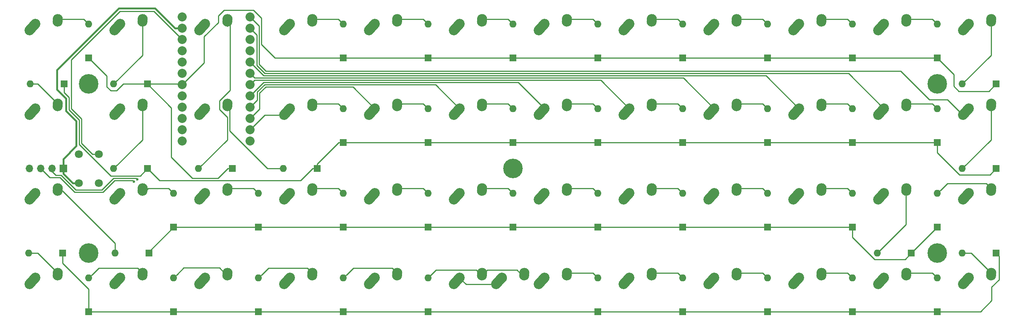
<source format=gbl>
G04 #@! TF.GenerationSoftware,KiCad,Pcbnew,(6.0.0)*
G04 #@! TF.CreationDate,2022-02-06T23:40:04-05:00*
G04 #@! TF.ProjectId,Contra,436f6e74-7261-42e6-9b69-6361645f7063,rev?*
G04 #@! TF.SameCoordinates,Original*
G04 #@! TF.FileFunction,Copper,L2,Bot*
G04 #@! TF.FilePolarity,Positive*
%FSLAX46Y46*%
G04 Gerber Fmt 4.6, Leading zero omitted, Abs format (unit mm)*
G04 Created by KiCad (PCBNEW (6.0.0)) date 2022-02-06 23:40:04*
%MOMM*%
%LPD*%
G01*
G04 APERTURE LIST*
G04 Aperture macros list*
%AMHorizOval*
0 Thick line with rounded ends*
0 $1 width*
0 $2 $3 position (X,Y) of the first rounded end (center of the circle)*
0 $4 $5 position (X,Y) of the second rounded end (center of the circle)*
0 Add line between two ends*
20,1,$1,$2,$3,$4,$5,0*
0 Add two circle primitives to create the rounded ends*
1,1,$1,$2,$3*
1,1,$1,$4,$5*%
G04 Aperture macros list end*
G04 #@! TA.AperFunction,ComponentPad*
%ADD10C,2.250000*%
G04 #@! TD*
G04 #@! TA.AperFunction,ComponentPad*
%ADD11HorizOval,2.250000X0.655001X0.730000X-0.655001X-0.730000X0*%
G04 #@! TD*
G04 #@! TA.AperFunction,ComponentPad*
%ADD12HorizOval,2.250000X0.020000X0.290000X-0.020000X-0.290000X0*%
G04 #@! TD*
G04 #@! TA.AperFunction,ComponentPad*
%ADD13C,0.700000*%
G04 #@! TD*
G04 #@! TA.AperFunction,ComponentPad*
%ADD14C,4.400000*%
G04 #@! TD*
G04 #@! TA.AperFunction,ComponentPad*
%ADD15R,1.600000X1.600000*%
G04 #@! TD*
G04 #@! TA.AperFunction,ComponentPad*
%ADD16O,1.600000X1.600000*%
G04 #@! TD*
G04 #@! TA.AperFunction,ComponentPad*
%ADD17R,1.700000X1.700000*%
G04 #@! TD*
G04 #@! TA.AperFunction,ComponentPad*
%ADD18O,1.700000X1.700000*%
G04 #@! TD*
G04 #@! TA.AperFunction,ComponentPad*
%ADD19C,2.032000*%
G04 #@! TD*
G04 #@! TA.AperFunction,ComponentPad*
%ADD20C,1.800000*%
G04 #@! TD*
G04 #@! TA.AperFunction,ViaPad*
%ADD21C,0.600000*%
G04 #@! TD*
G04 #@! TA.AperFunction,Conductor*
%ADD22C,0.250000*%
G04 #@! TD*
G04 #@! TA.AperFunction,Conductor*
%ADD23C,0.381000*%
G04 #@! TD*
G04 APERTURE END LIST*
D10*
X35600000Y-34100000D03*
D11*
X34945001Y-34830000D03*
D12*
X40620000Y-33310000D03*
D10*
X40640000Y-33020000D03*
X54650000Y-34100000D03*
D11*
X53995001Y-34830000D03*
D10*
X59690000Y-33020000D03*
D12*
X59670000Y-33310000D03*
D10*
X73700000Y-34100000D03*
D11*
X73045001Y-34830000D03*
D12*
X78720000Y-33310000D03*
D10*
X78740000Y-33020000D03*
D11*
X92095001Y-34830000D03*
D10*
X92750000Y-34100000D03*
D12*
X97770000Y-33310000D03*
D10*
X97790000Y-33020000D03*
X111800000Y-34100000D03*
D11*
X111145001Y-34830000D03*
D10*
X116840000Y-33020000D03*
D12*
X116820000Y-33310000D03*
D10*
X130850000Y-34100000D03*
D11*
X130195001Y-34830000D03*
D12*
X135870000Y-33310000D03*
D10*
X135890000Y-33020000D03*
D11*
X149245001Y-34830000D03*
D10*
X149900000Y-34100000D03*
X154940000Y-33020000D03*
D12*
X154920000Y-33310000D03*
D10*
X168950000Y-34100000D03*
D11*
X168295001Y-34830000D03*
D12*
X173970000Y-33310000D03*
D10*
X173990000Y-33020000D03*
X188000000Y-34100000D03*
D11*
X187345001Y-34830000D03*
D10*
X193040000Y-33020000D03*
D12*
X193020000Y-33310000D03*
D11*
X206395001Y-34830000D03*
D10*
X207050000Y-34100000D03*
D12*
X212070000Y-33310000D03*
D10*
X212090000Y-33020000D03*
D11*
X225445001Y-34830000D03*
D10*
X226100000Y-34100000D03*
X231140000Y-33020000D03*
D12*
X231120000Y-33310000D03*
D11*
X244495001Y-34830000D03*
D10*
X245150000Y-34100000D03*
D12*
X250170000Y-33310000D03*
D10*
X250190000Y-33020000D03*
D11*
X34945001Y-53880000D03*
D10*
X35600000Y-53150000D03*
X40640000Y-52070000D03*
D12*
X40620000Y-52360000D03*
D10*
X54650000Y-53150000D03*
D11*
X53995001Y-53880000D03*
D12*
X59670000Y-52360000D03*
D10*
X59690000Y-52070000D03*
D11*
X73045001Y-53880000D03*
D10*
X73700000Y-53150000D03*
D12*
X78720000Y-52360000D03*
D10*
X78740000Y-52070000D03*
X92750000Y-53150000D03*
D11*
X92095001Y-53880000D03*
D12*
X97770000Y-52360000D03*
D10*
X97790000Y-52070000D03*
D11*
X111145001Y-53880000D03*
D10*
X111800000Y-53150000D03*
X116840000Y-52070000D03*
D12*
X116820000Y-52360000D03*
D10*
X130850000Y-53150000D03*
D11*
X130195001Y-53880000D03*
D12*
X135870000Y-52360000D03*
D10*
X135890000Y-52070000D03*
X149900000Y-53150000D03*
D11*
X149245001Y-53880000D03*
D12*
X154920000Y-52360000D03*
D10*
X154940000Y-52070000D03*
X168950000Y-53150000D03*
D11*
X168295001Y-53880000D03*
D10*
X173990000Y-52070000D03*
D12*
X173970000Y-52360000D03*
D11*
X187345001Y-53880000D03*
D10*
X188000000Y-53150000D03*
X193040000Y-52070000D03*
D12*
X193020000Y-52360000D03*
D10*
X207050000Y-53150000D03*
D11*
X206395001Y-53880000D03*
D12*
X212070000Y-52360000D03*
D10*
X212090000Y-52070000D03*
X226100000Y-53150000D03*
D11*
X225445001Y-53880000D03*
D10*
X231140000Y-52070000D03*
D12*
X231120000Y-52360000D03*
D10*
X245150000Y-53150000D03*
D11*
X244495001Y-53880000D03*
D12*
X250170000Y-52360000D03*
D10*
X250190000Y-52070000D03*
X35600000Y-72200000D03*
D11*
X34945001Y-72930000D03*
D10*
X40640000Y-71120000D03*
D12*
X40620000Y-71410000D03*
D11*
X53995001Y-72930000D03*
D10*
X54650000Y-72200000D03*
X59690000Y-71120000D03*
D12*
X59670000Y-71410000D03*
D10*
X73700000Y-72200000D03*
D11*
X73045001Y-72930000D03*
D10*
X78740000Y-71120000D03*
D12*
X78720000Y-71410000D03*
D11*
X92095001Y-72930000D03*
D10*
X92750000Y-72200000D03*
X97790000Y-71120000D03*
D12*
X97770000Y-71410000D03*
D10*
X111800000Y-72200000D03*
D11*
X111145001Y-72930000D03*
D12*
X116820000Y-71410000D03*
D10*
X116840000Y-71120000D03*
X130850000Y-72200000D03*
D11*
X130195001Y-72930000D03*
D12*
X135870000Y-71410000D03*
D10*
X135890000Y-71120000D03*
X149900000Y-72200000D03*
D11*
X149245001Y-72930000D03*
D10*
X154940000Y-71120000D03*
D12*
X154920000Y-71410000D03*
D10*
X168950000Y-72200000D03*
D11*
X168295001Y-72930000D03*
D10*
X173990000Y-71120000D03*
D12*
X173970000Y-71410000D03*
D10*
X188000000Y-72200000D03*
D11*
X187345001Y-72930000D03*
D12*
X193020000Y-71410000D03*
D10*
X193040000Y-71120000D03*
D11*
X206395001Y-72930000D03*
D10*
X207050000Y-72200000D03*
D12*
X212070000Y-71410000D03*
D10*
X212090000Y-71120000D03*
X226100000Y-72200000D03*
D11*
X225445001Y-72930000D03*
D10*
X231140000Y-71120000D03*
D12*
X231120000Y-71410000D03*
D10*
X245150000Y-72200000D03*
D11*
X244495001Y-72930000D03*
D12*
X250170000Y-71410000D03*
D10*
X250190000Y-71120000D03*
D11*
X34945001Y-91980000D03*
D10*
X35600000Y-91250000D03*
X40640000Y-90170000D03*
D12*
X40620000Y-90460000D03*
D11*
X53995001Y-91980000D03*
D10*
X54650000Y-91250000D03*
X59690000Y-90170000D03*
D12*
X59670000Y-90460000D03*
D10*
X73700000Y-91250000D03*
D11*
X73045001Y-91980000D03*
D10*
X78740000Y-90170000D03*
D12*
X78720000Y-90460000D03*
D11*
X92095001Y-91980000D03*
D10*
X92750000Y-91250000D03*
X97790000Y-90170000D03*
D12*
X97770000Y-90460000D03*
D10*
X111800000Y-91250000D03*
D11*
X111145001Y-91980000D03*
D12*
X116820000Y-90460000D03*
D10*
X116840000Y-90170000D03*
D11*
X130195001Y-91980000D03*
D10*
X130850000Y-91250000D03*
X135890000Y-90170000D03*
D12*
X135870000Y-90460000D03*
D10*
X149900000Y-91250000D03*
D11*
X149245001Y-91980000D03*
D12*
X154920000Y-90460000D03*
D10*
X154940000Y-90170000D03*
X168950000Y-91250000D03*
D11*
X168295001Y-91980000D03*
D12*
X173970000Y-90460000D03*
D10*
X173990000Y-90170000D03*
D11*
X187345001Y-91980000D03*
D10*
X188000000Y-91250000D03*
D12*
X193020000Y-90460000D03*
D10*
X193040000Y-90170000D03*
X207050000Y-91250000D03*
D11*
X206395001Y-91980000D03*
D12*
X212070000Y-90460000D03*
D10*
X212090000Y-90170000D03*
D11*
X225445001Y-91980000D03*
D10*
X226100000Y-91250000D03*
X231140000Y-90170000D03*
D12*
X231120000Y-90460000D03*
D10*
X245150000Y-91250000D03*
D11*
X244495001Y-91980000D03*
D12*
X250170000Y-90460000D03*
D10*
X250190000Y-90170000D03*
D11*
X139720001Y-91980000D03*
D10*
X140375000Y-91250000D03*
X145415000Y-90170000D03*
D12*
X145395000Y-90460000D03*
D13*
X236958274Y-86891726D03*
X239775000Y-85725000D03*
X239291726Y-84558274D03*
X236958274Y-84558274D03*
X236475000Y-85725000D03*
X238125000Y-87375000D03*
X239291726Y-86891726D03*
X238125000Y-84075000D03*
D14*
X238125000Y-85725000D03*
D13*
X238125000Y-49275000D03*
X236958274Y-46458274D03*
D14*
X238125000Y-47625000D03*
D13*
X236475000Y-47625000D03*
X239291726Y-46458274D03*
X239291726Y-48791726D03*
X239775000Y-47625000D03*
X236958274Y-48791726D03*
X238125000Y-45975000D03*
X141225000Y-66675000D03*
X141708274Y-65508274D03*
X144041726Y-65508274D03*
X144525000Y-66675000D03*
X144041726Y-67841726D03*
X142875000Y-65025000D03*
X142875000Y-68325000D03*
X141708274Y-67841726D03*
D14*
X142875000Y-66675000D03*
D13*
X49275000Y-47625000D03*
X46458274Y-48791726D03*
X48791726Y-46458274D03*
X45975000Y-47625000D03*
X46458274Y-46458274D03*
X47625000Y-49275000D03*
X47625000Y-45975000D03*
X48791726Y-48791726D03*
D14*
X47625000Y-47625000D03*
D13*
X48791726Y-86891726D03*
X49275000Y-85725000D03*
X45975000Y-85725000D03*
D14*
X47625000Y-85725000D03*
D13*
X47625000Y-87375000D03*
X46458274Y-86891726D03*
X47625000Y-84075000D03*
X46458274Y-84558274D03*
X48791726Y-84558274D03*
D15*
X47625000Y-41751250D03*
D16*
X47625000Y-34131250D03*
D15*
X60801250Y-47625000D03*
D16*
X53181250Y-47625000D03*
D15*
X79851250Y-66675000D03*
D16*
X72231250Y-66675000D03*
D15*
X104775000Y-41751250D03*
D16*
X104775000Y-34131250D03*
D15*
X123825000Y-41751250D03*
D16*
X123825000Y-34131250D03*
D15*
X142875000Y-41751250D03*
D16*
X142875000Y-34131250D03*
D15*
X161925000Y-41751250D03*
D16*
X161925000Y-34131250D03*
D15*
X180975000Y-41751250D03*
D16*
X180975000Y-34131250D03*
D15*
X200025000Y-41751250D03*
D16*
X200025000Y-34131250D03*
D15*
X219075000Y-41751250D03*
D16*
X219075000Y-34131250D03*
D15*
X238125000Y-41751250D03*
D16*
X238125000Y-34131250D03*
D15*
X251301250Y-47625000D03*
D16*
X243681250Y-47625000D03*
D15*
X42068750Y-47625000D03*
D16*
X34448750Y-47625000D03*
D15*
X60801250Y-66675000D03*
D16*
X53181250Y-66675000D03*
D15*
X98901250Y-66675000D03*
D16*
X91281250Y-66675000D03*
D15*
X104775000Y-60801250D03*
D16*
X104775000Y-53181250D03*
D15*
X123825000Y-60801250D03*
D16*
X123825000Y-53181250D03*
D15*
X142875000Y-60801250D03*
D16*
X142875000Y-53181250D03*
D15*
X161925000Y-60801250D03*
D16*
X161925000Y-53181250D03*
D15*
X180975000Y-60801250D03*
D16*
X180975000Y-53181250D03*
D15*
X200025000Y-60801250D03*
D16*
X200025000Y-53181250D03*
D15*
X219075000Y-60801250D03*
D16*
X219075000Y-53181250D03*
D15*
X238125000Y-60801250D03*
D16*
X238125000Y-53181250D03*
D15*
X251301250Y-66675000D03*
D16*
X243681250Y-66675000D03*
D15*
X61118750Y-85725000D03*
D16*
X53498750Y-85725000D03*
D15*
X66675000Y-79851250D03*
D16*
X66675000Y-72231250D03*
D15*
X85725000Y-79851250D03*
D16*
X85725000Y-72231250D03*
D15*
X104775000Y-79851250D03*
D16*
X104775000Y-72231250D03*
D15*
X123825000Y-79851250D03*
D16*
X123825000Y-72231250D03*
D15*
X142875000Y-79851250D03*
D16*
X142875000Y-72231250D03*
D15*
X161925000Y-79851250D03*
D16*
X161925000Y-72231250D03*
D15*
X180975000Y-79851250D03*
D16*
X180975000Y-72231250D03*
D15*
X200025000Y-79851250D03*
D16*
X200025000Y-72231250D03*
D15*
X219075000Y-79851250D03*
D16*
X219075000Y-72231250D03*
D15*
X232251250Y-85725000D03*
D16*
X224631250Y-85725000D03*
D15*
X238125000Y-79851250D03*
D16*
X238125000Y-72231250D03*
D15*
X41751250Y-85725000D03*
D16*
X34131250Y-85725000D03*
D15*
X47625000Y-98901250D03*
D16*
X47625000Y-91281250D03*
D15*
X66675000Y-98901250D03*
D16*
X66675000Y-91281250D03*
D15*
X85725000Y-98901250D03*
D16*
X85725000Y-91281250D03*
D15*
X104775000Y-98901250D03*
D16*
X104775000Y-91281250D03*
D15*
X123825000Y-98901250D03*
D16*
X123825000Y-91281250D03*
D15*
X161925000Y-98901250D03*
D16*
X161925000Y-91281250D03*
D15*
X180975000Y-98901250D03*
D16*
X180975000Y-91281250D03*
D15*
X200025000Y-98901250D03*
D16*
X200025000Y-91281250D03*
D15*
X219075000Y-98901250D03*
D16*
X219075000Y-91281250D03*
D15*
X238125000Y-98901250D03*
D16*
X238125000Y-91281250D03*
D15*
X251301250Y-85725000D03*
D16*
X243681250Y-85725000D03*
D17*
X41910000Y-66675000D03*
D18*
X39370000Y-66675000D03*
X36830000Y-66675000D03*
X34290000Y-66675000D03*
D19*
X83820000Y-32543750D03*
X83820000Y-35083750D03*
X83820000Y-37623750D03*
X83820000Y-40163750D03*
X83820000Y-42703750D03*
X83820000Y-45243750D03*
X83820000Y-47783750D03*
X83820000Y-50323750D03*
X83820000Y-52863750D03*
X83820000Y-55403750D03*
X83820000Y-57943750D03*
X83820000Y-60483750D03*
X68580000Y-60483750D03*
X68580000Y-57943750D03*
X68580000Y-55403750D03*
X68580000Y-52863750D03*
X68580000Y-50323750D03*
X68580000Y-47783750D03*
X68580000Y-45243750D03*
X68580000Y-42703750D03*
X68580000Y-40163750D03*
X68580000Y-37623750D03*
X68580000Y-35083750D03*
X68580000Y-32543750D03*
D20*
X49875000Y-63425000D03*
X45375000Y-69925000D03*
X45375000Y-63425000D03*
X49875000Y-69925000D03*
D21*
X57785000Y-69596000D03*
X58547000Y-69088000D03*
D22*
X241808000Y-48133000D02*
X241808000Y-45434250D01*
X182025000Y-41751250D02*
X200025000Y-41751250D01*
X86360000Y-32766000D02*
X84582000Y-30988000D01*
X161925000Y-41751250D02*
X162975000Y-41751250D01*
X68421250Y-47625000D02*
X68580000Y-47783750D01*
X249650250Y-49276000D02*
X242951000Y-49276000D01*
X79851250Y-66675000D02*
X78801250Y-66675000D01*
X73533000Y-42830750D02*
X68580000Y-47783750D01*
X219075000Y-41751250D02*
X220125000Y-41751250D01*
X105825000Y-41751250D02*
X123825000Y-41751250D01*
X51689000Y-45815250D02*
X47625000Y-41751250D01*
X77978000Y-30988000D02*
X76708000Y-32258000D01*
X162975000Y-41751250D02*
X180975000Y-41751250D01*
X76708000Y-32258000D02*
X76708000Y-33782000D01*
X73533000Y-36957000D02*
X73533000Y-42830750D01*
X76708000Y-33782000D02*
X73533000Y-36957000D01*
X124875000Y-41751250D02*
X142875000Y-41751250D01*
X142875000Y-41751250D02*
X143925000Y-41751250D01*
X104775000Y-41751250D02*
X105825000Y-41751250D01*
X84582000Y-30988000D02*
X77978000Y-30988000D01*
X89376250Y-41751250D02*
X86360000Y-38735000D01*
X200025000Y-41751250D02*
X201075000Y-41751250D01*
X76642250Y-68834000D02*
X70866000Y-68834000D01*
X60801250Y-47625000D02*
X55372000Y-47625000D01*
X143925000Y-41751250D02*
X161925000Y-41751250D01*
X51689000Y-48260000D02*
X51689000Y-45815250D01*
X66167000Y-64135000D02*
X66167000Y-52990750D01*
X86360000Y-38735000D02*
X86360000Y-32766000D01*
X70866000Y-68834000D02*
X66167000Y-64135000D01*
X104775000Y-41751250D02*
X89376250Y-41751250D01*
X52578000Y-49149000D02*
X51689000Y-48260000D01*
X201075000Y-41751250D02*
X219075000Y-41751250D01*
X220125000Y-41751250D02*
X238125000Y-41751250D01*
X66167000Y-52990750D02*
X60801250Y-47625000D01*
X78801250Y-66675000D02*
X76642250Y-68834000D01*
X60801250Y-47625000D02*
X68421250Y-47625000D01*
X242951000Y-49276000D02*
X241808000Y-48133000D01*
X123825000Y-41751250D02*
X124875000Y-41751250D01*
X55372000Y-47625000D02*
X53848000Y-49149000D01*
X180975000Y-41751250D02*
X182025000Y-41751250D01*
X53848000Y-49149000D02*
X52578000Y-49149000D01*
X241808000Y-45434250D02*
X238125000Y-41751250D01*
X251301250Y-47625000D02*
X249650250Y-49276000D01*
X40640000Y-33020000D02*
X46513750Y-33020000D01*
X46513750Y-33020000D02*
X47625000Y-34131250D01*
X59690000Y-33020000D02*
X59690000Y-41116250D01*
X59690000Y-41116250D02*
X53181250Y-47625000D01*
X79375000Y-34275000D02*
X78700000Y-33600000D01*
X78740000Y-60166250D02*
X78740000Y-55118000D01*
X78740000Y-34610990D02*
X78740000Y-33020000D01*
X72231250Y-66675000D02*
X78740000Y-60166250D01*
X78740000Y-55118000D02*
X76962000Y-53340000D01*
X76962000Y-51435000D02*
X79375000Y-49022000D01*
X79375000Y-49022000D02*
X79375000Y-35245990D01*
X79375000Y-35245990D02*
X79375000Y-34275000D01*
X76962000Y-53340000D02*
X76962000Y-51435000D01*
X97790000Y-33020000D02*
X103663750Y-33020000D01*
X103663750Y-33020000D02*
X104775000Y-34131250D01*
X122713750Y-33020000D02*
X123825000Y-34131250D01*
X116840000Y-33020000D02*
X122713750Y-33020000D01*
X135890000Y-33020000D02*
X141763750Y-33020000D01*
X141763750Y-33020000D02*
X142875000Y-34131250D01*
X154940000Y-33020000D02*
X160813750Y-33020000D01*
X160813750Y-33020000D02*
X161925000Y-34131250D01*
X173990000Y-33020000D02*
X179863750Y-33020000D01*
X179863750Y-33020000D02*
X180975000Y-34131250D01*
X198913750Y-33020000D02*
X200025000Y-34131250D01*
X193040000Y-33020000D02*
X198913750Y-33020000D01*
X217963750Y-33020000D02*
X219075000Y-34131250D01*
X212090000Y-33020000D02*
X217963750Y-33020000D01*
X237013750Y-33020000D02*
X238125000Y-34131250D01*
X231140000Y-33020000D02*
X237013750Y-33020000D01*
X250190000Y-33020000D02*
X250190000Y-41116250D01*
X250190000Y-41116250D02*
X243681250Y-47625000D01*
X98901250Y-66675000D02*
X98901250Y-65625000D01*
X98901250Y-66675000D02*
X97851250Y-66675000D01*
X142875000Y-60801250D02*
X143925000Y-60801250D01*
X45466000Y-55753000D02*
X45466000Y-61214000D01*
X42068750Y-49561750D02*
X43180000Y-50673000D01*
X161925000Y-60801250D02*
X180975000Y-60801250D01*
X238125000Y-63119000D02*
X243078000Y-68072000D01*
X45466000Y-61214000D02*
X52578000Y-68326000D01*
X105825000Y-60801250D02*
X123825000Y-60801250D01*
X59150250Y-68326000D02*
X60801250Y-66675000D01*
X124875000Y-60801250D02*
X142875000Y-60801250D01*
X95184250Y-69342000D02*
X63468250Y-69342000D01*
X43180000Y-50673000D02*
X43180000Y-53467000D01*
X238125000Y-60801250D02*
X238125000Y-63119000D01*
X143925000Y-60801250D02*
X161925000Y-60801250D01*
X219075000Y-60801250D02*
X238125000Y-60801250D01*
X98901250Y-65625000D02*
X103725000Y-60801250D01*
X63468250Y-69342000D02*
X60801250Y-66675000D01*
X243078000Y-68072000D02*
X249904250Y-68072000D01*
X180975000Y-60801250D02*
X182025000Y-60801250D01*
X123825000Y-60801250D02*
X124875000Y-60801250D01*
X103725000Y-60801250D02*
X104775000Y-60801250D01*
X42068750Y-47625000D02*
X42068750Y-49561750D01*
X182025000Y-60801250D02*
X200025000Y-60801250D01*
X43180000Y-53467000D02*
X45466000Y-55753000D01*
X52578000Y-68326000D02*
X59150250Y-68326000D01*
X200025000Y-60801250D02*
X219075000Y-60801250D01*
X104775000Y-60801250D02*
X105825000Y-60801250D01*
X249904250Y-68072000D02*
X251301250Y-66675000D01*
X97851250Y-66675000D02*
X95184250Y-69342000D01*
X36195000Y-47625000D02*
X40640000Y-52070000D01*
X34448750Y-47625000D02*
X36195000Y-47625000D01*
X59690000Y-52070000D02*
X59690000Y-60166250D01*
X59690000Y-60166250D02*
X53181250Y-66675000D01*
X87757000Y-66675000D02*
X79248000Y-58166000D01*
X91281250Y-66675000D02*
X87757000Y-66675000D01*
X79248000Y-52578000D02*
X78740000Y-52070000D01*
X79248000Y-58166000D02*
X79248000Y-52578000D01*
X103663750Y-52070000D02*
X104775000Y-53181250D01*
X97790000Y-52070000D02*
X103663750Y-52070000D01*
X122713750Y-52070000D02*
X123825000Y-53181250D01*
X117983000Y-52070000D02*
X122713750Y-52070000D01*
X117403000Y-52650000D02*
X117983000Y-52070000D01*
X116800000Y-52650000D02*
X117403000Y-52650000D01*
X141763750Y-52070000D02*
X142875000Y-53181250D01*
X135890000Y-52070000D02*
X141763750Y-52070000D01*
X154940000Y-52070000D02*
X160813750Y-52070000D01*
X160813750Y-52070000D02*
X161925000Y-53181250D01*
X179863750Y-52070000D02*
X180975000Y-53181250D01*
X173990000Y-52070000D02*
X179863750Y-52070000D01*
X198913750Y-52070000D02*
X200025000Y-53181250D01*
X193603000Y-52650000D02*
X194183000Y-52070000D01*
X193000000Y-52650000D02*
X193603000Y-52650000D01*
X194183000Y-52070000D02*
X198913750Y-52070000D01*
X217963750Y-52070000D02*
X219075000Y-53181250D01*
X212090000Y-52070000D02*
X217963750Y-52070000D01*
X231140000Y-52070000D02*
X237013750Y-52070000D01*
X237013750Y-52070000D02*
X238125000Y-53181250D01*
X250190000Y-60166250D02*
X243681250Y-66675000D01*
X250190000Y-52070000D02*
X250190000Y-60166250D01*
X224028000Y-87122000D02*
X230854250Y-87122000D01*
X230854250Y-87122000D02*
X232251250Y-85725000D01*
X161925000Y-79851250D02*
X180975000Y-79851250D01*
X219075000Y-79851250D02*
X219075000Y-82169000D01*
X105825000Y-79851250D02*
X123825000Y-79851250D01*
X200025000Y-79851250D02*
X201075000Y-79851250D01*
X61118750Y-85407500D02*
X66675000Y-79851250D01*
X142875000Y-79851250D02*
X161925000Y-79851250D01*
X86775000Y-79851250D02*
X104775000Y-79851250D01*
X182025000Y-79851250D02*
X200025000Y-79851250D01*
X123825000Y-79851250D02*
X124875000Y-79851250D01*
X67725000Y-79851250D02*
X85725000Y-79851250D01*
X66675000Y-79851250D02*
X67725000Y-79851250D01*
X85725000Y-79851250D02*
X86775000Y-79851250D01*
X180975000Y-79851250D02*
X182025000Y-79851250D01*
X124875000Y-79851250D02*
X142875000Y-79851250D01*
X104775000Y-79851250D02*
X105825000Y-79851250D01*
X201075000Y-79851250D02*
X219075000Y-79851250D01*
X219075000Y-82169000D02*
X224028000Y-87122000D01*
X61118750Y-85725000D02*
X61118750Y-85407500D01*
X238125000Y-79851250D02*
X232251250Y-85725000D01*
X40600000Y-71700000D02*
X41728000Y-71700000D01*
X53498750Y-83470750D02*
X53498750Y-85725000D01*
X41728000Y-71700000D02*
X53498750Y-83470750D01*
X60960000Y-71120000D02*
X65563750Y-71120000D01*
X65563750Y-71120000D02*
X66675000Y-72231250D01*
X59650000Y-71700000D02*
X60380000Y-71700000D01*
X60380000Y-71700000D02*
X60960000Y-71120000D01*
X84613750Y-71120000D02*
X85725000Y-72231250D01*
X78740000Y-71120000D02*
X84613750Y-71120000D01*
X103663750Y-71120000D02*
X104775000Y-72231250D01*
X97790000Y-71120000D02*
X103663750Y-71120000D01*
X116840000Y-71120000D02*
X122713750Y-71120000D01*
X122713750Y-71120000D02*
X123825000Y-72231250D01*
X135890000Y-71120000D02*
X141763750Y-71120000D01*
X141763750Y-71120000D02*
X142875000Y-72231250D01*
X154900000Y-71700000D02*
X155503000Y-71700000D01*
X155503000Y-71700000D02*
X156083000Y-71120000D01*
X160813750Y-71120000D02*
X161925000Y-72231250D01*
X156083000Y-71120000D02*
X160813750Y-71120000D01*
X179863750Y-71120000D02*
X180975000Y-72231250D01*
X173990000Y-71120000D02*
X179863750Y-71120000D01*
X193040000Y-71120000D02*
X198913750Y-71120000D01*
X198913750Y-71120000D02*
X200025000Y-72231250D01*
X212090000Y-71120000D02*
X217963750Y-71120000D01*
X217963750Y-71120000D02*
X219075000Y-72231250D01*
X231100000Y-79256250D02*
X224631250Y-85725000D01*
X231100000Y-71700000D02*
X231100000Y-79256250D01*
X238924999Y-71431251D02*
X238125000Y-72231250D01*
X240361249Y-69995001D02*
X238924999Y-71431251D01*
X250190000Y-71120000D02*
X249065001Y-69995001D01*
X249065001Y-69995001D02*
X240361249Y-69995001D01*
X85725000Y-98901250D02*
X104775000Y-98901250D01*
X124875000Y-98901250D02*
X161925000Y-98901250D01*
X123825000Y-98901250D02*
X124875000Y-98901250D01*
X48675000Y-98901250D02*
X66675000Y-98901250D01*
X47625000Y-98901250D02*
X48675000Y-98901250D01*
X250317000Y-93345000D02*
X251968000Y-91694000D01*
X219075000Y-98901250D02*
X238125000Y-98901250D01*
X105825000Y-98901250D02*
X123825000Y-98901250D01*
X247808750Y-98901250D02*
X250317000Y-96393000D01*
X180975000Y-98901250D02*
X182025000Y-98901250D01*
X182025000Y-98901250D02*
X200025000Y-98901250D01*
X251968000Y-91694000D02*
X251968000Y-86391750D01*
X238125000Y-98901250D02*
X247808750Y-98901250D01*
X47625000Y-98901250D02*
X47625000Y-93853000D01*
X66675000Y-98901250D02*
X67725000Y-98901250D01*
X41751250Y-87979250D02*
X41751250Y-85725000D01*
X250317000Y-96393000D02*
X250317000Y-93345000D01*
X67725000Y-98901250D02*
X85725000Y-98901250D01*
X47625000Y-93853000D02*
X41751250Y-87979250D01*
X162975000Y-98901250D02*
X180975000Y-98901250D01*
X201075000Y-98901250D02*
X219075000Y-98901250D01*
X104775000Y-98901250D02*
X105825000Y-98901250D01*
X251968000Y-86391750D02*
X251301250Y-85725000D01*
X200025000Y-98901250D02*
X201075000Y-98901250D01*
X161925000Y-98901250D02*
X162975000Y-98901250D01*
X40640000Y-90170000D02*
X36195000Y-85725000D01*
X36195000Y-85725000D02*
X34131250Y-85725000D01*
X48424999Y-90481251D02*
X47625000Y-91281250D01*
X49861249Y-89045001D02*
X48424999Y-90481251D01*
X58565001Y-89045001D02*
X49861249Y-89045001D01*
X59690000Y-90170000D02*
X58565001Y-89045001D01*
X68929250Y-89027000D02*
X67474999Y-90481251D01*
X67474999Y-90481251D02*
X66675000Y-91281250D01*
X78700000Y-90750000D02*
X76977000Y-89027000D01*
X76977000Y-89027000D02*
X68929250Y-89027000D01*
X87961249Y-89045001D02*
X86524999Y-90481251D01*
X86524999Y-90481251D02*
X85725000Y-91281250D01*
X96665001Y-89045001D02*
X87961249Y-89045001D01*
X97790000Y-90170000D02*
X96665001Y-89045001D01*
X116840000Y-90170000D02*
X115715001Y-89045001D01*
X105574999Y-90481251D02*
X104775000Y-91281250D01*
X107011249Y-89045001D02*
X105574999Y-90481251D01*
X115715001Y-89045001D02*
X107011249Y-89045001D01*
X133664010Y-89535000D02*
X134635000Y-89535000D01*
X133664010Y-89535000D02*
X125571250Y-89535000D01*
X143764000Y-89535000D02*
X137065000Y-89535000D01*
X134635000Y-89535000D02*
X135850000Y-90750000D01*
X144979000Y-90750000D02*
X143764000Y-89535000D01*
X137065000Y-89535000D02*
X135850000Y-90750000D01*
X125571250Y-89535000D02*
X123825000Y-91281250D01*
X145375000Y-90750000D02*
X144979000Y-90750000D01*
X160813750Y-90170000D02*
X161925000Y-91281250D01*
X154940000Y-90170000D02*
X160813750Y-90170000D01*
X179863750Y-90170000D02*
X180975000Y-91281250D01*
X173990000Y-90170000D02*
X179863750Y-90170000D01*
X194183000Y-90170000D02*
X198913750Y-90170000D01*
X193603000Y-90750000D02*
X194183000Y-90170000D01*
X198913750Y-90170000D02*
X200025000Y-91281250D01*
X193000000Y-90750000D02*
X193603000Y-90750000D01*
X212090000Y-90170000D02*
X217963750Y-90170000D01*
X217963750Y-90170000D02*
X219075000Y-91281250D01*
X237013750Y-90170000D02*
X238125000Y-91281250D01*
X231140000Y-90170000D02*
X237013750Y-90170000D01*
X245745000Y-85725000D02*
X243681250Y-85725000D01*
X250190000Y-90170000D02*
X245745000Y-85725000D01*
X87153750Y-54610000D02*
X91440000Y-54610000D01*
X83820000Y-57943750D02*
X87153750Y-54610000D01*
X85979000Y-53244750D02*
X85979000Y-49657000D01*
X87376000Y-48260000D02*
X106910000Y-48260000D01*
X85979000Y-49657000D02*
X87376000Y-48260000D01*
X106910000Y-48260000D02*
X111800000Y-53150000D01*
X83820000Y-55403750D02*
X85979000Y-53244750D01*
X132310000Y-92710000D02*
X130850000Y-91250000D01*
X139065000Y-92710000D02*
X132310000Y-92710000D01*
X85471000Y-51212750D02*
X85471000Y-49403000D01*
X85471000Y-49403000D02*
X87122000Y-47752000D01*
X125452000Y-47752000D02*
X130850000Y-53150000D01*
X83820000Y-52863750D02*
X85471000Y-51212750D01*
X87122000Y-47752000D02*
X125452000Y-47752000D01*
X143994000Y-47244000D02*
X149328000Y-52578000D01*
X149328000Y-52578000D02*
X149900000Y-53150000D01*
X83820000Y-50323750D02*
X86899750Y-47244000D01*
X86899750Y-47244000D02*
X143994000Y-47244000D01*
X84867750Y-46736000D02*
X162536000Y-46736000D01*
X162536000Y-46736000D02*
X168950000Y-53150000D01*
X83820000Y-47783750D02*
X84867750Y-46736000D01*
X84836000Y-46228000D02*
X181078000Y-46228000D01*
X83820000Y-45243750D02*
X83851750Y-45243750D01*
X83851750Y-45243750D02*
X84836000Y-46228000D01*
X181078000Y-46228000D02*
X188000000Y-53150000D01*
X86836250Y-45720000D02*
X199620000Y-45720000D01*
X199620000Y-45720000D02*
X207050000Y-53150000D01*
X83820000Y-42703750D02*
X86836250Y-45720000D01*
X85344000Y-36607750D02*
X85344000Y-43434000D01*
X218162000Y-45212000D02*
X226100000Y-53150000D01*
X85979000Y-44069000D02*
X87122000Y-45212000D01*
X87122000Y-45212000D02*
X218162000Y-45212000D01*
X83820000Y-35083750D02*
X85344000Y-36607750D01*
X85344000Y-43434000D02*
X85979000Y-44069000D01*
X240411000Y-51181000D02*
X236347000Y-51181000D01*
X87376000Y-44704000D02*
X229870000Y-44704000D01*
X236347000Y-51181000D02*
X229870000Y-44704000D01*
X243840000Y-54610000D02*
X240411000Y-51181000D01*
X85852000Y-43180000D02*
X87376000Y-44704000D01*
X83820000Y-32543750D02*
X85852000Y-34575750D01*
X85852000Y-34575750D02*
X85852000Y-43180000D01*
X43688000Y-42164000D02*
X43688000Y-53213000D01*
X68580000Y-37623750D02*
X62198250Y-31242000D01*
X62198250Y-31242000D02*
X54610000Y-31242000D01*
X48439000Y-63425000D02*
X49875000Y-63425000D01*
X54610000Y-31242000D02*
X43688000Y-42164000D01*
X45974000Y-55499000D02*
X45974000Y-60960000D01*
X45974000Y-60960000D02*
X48439000Y-63425000D01*
X43688000Y-53213000D02*
X45974000Y-55499000D01*
D23*
X44831000Y-56007000D02*
X42545000Y-53721000D01*
X42545000Y-50927000D02*
X40513000Y-48895000D01*
X44017000Y-69925000D02*
X45375000Y-69925000D01*
X40513000Y-44450000D02*
X54356000Y-30607000D01*
X41910000Y-64516000D02*
X44831000Y-61595000D01*
X54356000Y-30607000D02*
X62484000Y-30607000D01*
X41910000Y-67818000D02*
X44017000Y-69925000D01*
X44831000Y-61595000D02*
X44831000Y-56007000D01*
X66960750Y-35083750D02*
X68580000Y-35083750D01*
X41910000Y-66675000D02*
X41910000Y-64516000D01*
X40513000Y-48895000D02*
X40513000Y-44450000D01*
X42545000Y-53721000D02*
X42545000Y-50927000D01*
X41910000Y-66675000D02*
X41910000Y-67818000D01*
X62484000Y-30607000D02*
X66960750Y-35083750D01*
D22*
X53467000Y-69342000D02*
X50800000Y-72009000D01*
X44450000Y-72009000D02*
X41148000Y-68707000D01*
X57531000Y-69342000D02*
X53467000Y-69342000D01*
X57785000Y-69596000D02*
X57531000Y-69342000D01*
X50800000Y-72009000D02*
X44450000Y-72009000D01*
X41148000Y-68707000D02*
X38862000Y-68707000D01*
X38862000Y-68707000D02*
X36830000Y-66675000D01*
X41402000Y-68199000D02*
X40259000Y-68199000D01*
X58547000Y-69088000D02*
X58293000Y-68834000D01*
X44704000Y-71501000D02*
X41402000Y-68199000D01*
X40259000Y-68199000D02*
X39370000Y-67310000D01*
X39370000Y-67310000D02*
X39370000Y-66675000D01*
X58293000Y-68834000D02*
X53213000Y-68834000D01*
X53213000Y-68834000D02*
X50546000Y-71501000D01*
X50546000Y-71501000D02*
X44704000Y-71501000D01*
M02*

</source>
